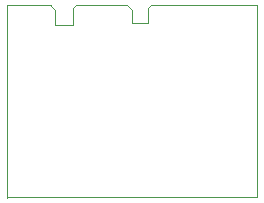
<source format=gbr>
G04 (created by PCBNEW-RS274X (2011-05-25)-stable) date Tue 14 Jan 2014 03:28:53 PM CET*
G01*
G70*
G90*
%MOIN*%
G04 Gerber Fmt 3.4, Leading zero omitted, Abs format*
%FSLAX34Y34*%
G04 APERTURE LIST*
%ADD10C,0.006000*%
%ADD11C,0.003900*%
G04 APERTURE END LIST*
G54D10*
G54D11*
X03500Y-03200D02*
X03740Y-03200D01*
X03500Y03200D02*
X03740Y03200D01*
X-03150Y03200D02*
X-04606Y03200D01*
X-03004Y03050D02*
X-03154Y03200D01*
X-03000Y02550D02*
X-03000Y03050D01*
X-02400Y02550D02*
X-02992Y02550D01*
X-02400Y03100D02*
X-02400Y02550D01*
X-02300Y03200D02*
X-02400Y03100D01*
X-00600Y03200D02*
X-02300Y03200D01*
X-00450Y03050D02*
X-00600Y03200D01*
X-00450Y02600D02*
X-00450Y03050D01*
X00098Y02600D02*
X-00450Y02600D01*
X00100Y03100D02*
X00100Y02600D01*
X00203Y03200D02*
X00103Y03100D01*
X03500Y03200D02*
X00197Y03200D01*
X03740Y-03200D02*
X03740Y03200D01*
X-04606Y-03200D02*
X03500Y-03200D01*
X-04600Y03189D02*
X-04600Y-03210D01*
M02*

</source>
